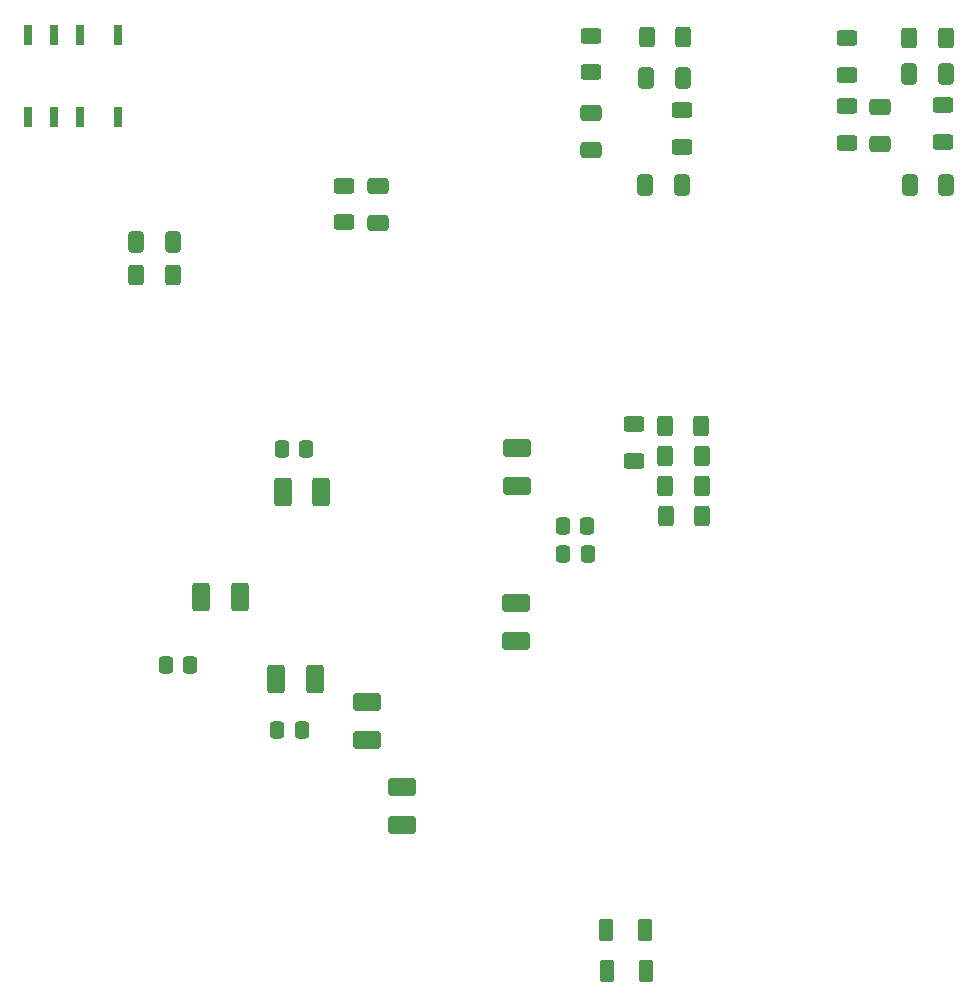
<source format=gbr>
%TF.GenerationSoftware,KiCad,Pcbnew,9.0.5*%
%TF.CreationDate,2025-11-16T19:00:17+01:00*%
%TF.ProjectId,OSCAR_Audio,4f534341-525f-4417-9564-696f2e6b6963,rev?*%
%TF.SameCoordinates,Original*%
%TF.FileFunction,Paste,Top*%
%TF.FilePolarity,Positive*%
%FSLAX46Y46*%
G04 Gerber Fmt 4.6, Leading zero omitted, Abs format (unit mm)*
G04 Created by KiCad (PCBNEW 9.0.5) date 2025-11-16 19:00:17*
%MOMM*%
%LPD*%
G01*
G04 APERTURE LIST*
G04 Aperture macros list*
%AMRoundRect*
0 Rectangle with rounded corners*
0 $1 Rounding radius*
0 $2 $3 $4 $5 $6 $7 $8 $9 X,Y pos of 4 corners*
0 Add a 4 corners polygon primitive as box body*
4,1,4,$2,$3,$4,$5,$6,$7,$8,$9,$2,$3,0*
0 Add four circle primitives for the rounded corners*
1,1,$1+$1,$2,$3*
1,1,$1+$1,$4,$5*
1,1,$1+$1,$6,$7*
1,1,$1+$1,$8,$9*
0 Add four rect primitives between the rounded corners*
20,1,$1+$1,$2,$3,$4,$5,0*
20,1,$1+$1,$4,$5,$6,$7,0*
20,1,$1+$1,$6,$7,$8,$9,0*
20,1,$1+$1,$8,$9,$2,$3,0*%
G04 Aperture macros list end*
%ADD10RoundRect,0.250001X-0.944999X0.507499X-0.944999X-0.507499X0.944999X-0.507499X0.944999X0.507499X0*%
%ADD11RoundRect,0.250000X-0.625000X0.400000X-0.625000X-0.400000X0.625000X-0.400000X0.625000X0.400000X0*%
%ADD12RoundRect,0.250000X0.337500X0.475000X-0.337500X0.475000X-0.337500X-0.475000X0.337500X-0.475000X0*%
%ADD13RoundRect,0.250000X-0.400000X-0.625000X0.400000X-0.625000X0.400000X0.625000X-0.400000X0.625000X0*%
%ADD14RoundRect,0.250000X-0.337500X-0.475000X0.337500X-0.475000X0.337500X0.475000X-0.337500X0.475000X0*%
%ADD15RoundRect,0.250001X-0.507499X-0.944999X0.507499X-0.944999X0.507499X0.944999X-0.507499X0.944999X0*%
%ADD16RoundRect,0.250000X0.412500X0.650000X-0.412500X0.650000X-0.412500X-0.650000X0.412500X-0.650000X0*%
%ADD17RoundRect,0.250000X-0.362500X-0.700000X0.362500X-0.700000X0.362500X0.700000X-0.362500X0.700000X0*%
%ADD18RoundRect,0.250000X0.625000X-0.400000X0.625000X0.400000X-0.625000X0.400000X-0.625000X-0.400000X0*%
%ADD19RoundRect,0.250001X0.507499X0.944999X-0.507499X0.944999X-0.507499X-0.944999X0.507499X-0.944999X0*%
%ADD20RoundRect,0.250000X-0.650000X0.412500X-0.650000X-0.412500X0.650000X-0.412500X0.650000X0.412500X0*%
%ADD21RoundRect,0.250000X-0.412500X-0.650000X0.412500X-0.650000X0.412500X0.650000X-0.412500X0.650000X0*%
%ADD22R,0.800000X1.800000*%
G04 APERTURE END LIST*
D10*
%TO.C,C32*%
X151090000Y-112962500D03*
X151090000Y-116217500D03*
%TD*%
D11*
%TO.C,R40*%
X170690000Y-82290000D03*
X170690000Y-85390000D03*
%TD*%
%TO.C,R14*%
X188740000Y-55350000D03*
X188740000Y-58450000D03*
%TD*%
D12*
%TO.C,C43*%
X166757500Y-90850000D03*
X164682500Y-90850000D03*
%TD*%
D13*
%TO.C,R44*%
X173350000Y-87500000D03*
X176450000Y-87500000D03*
%TD*%
D14*
%TO.C,C40*%
X164702500Y-93260000D03*
X166777500Y-93260000D03*
%TD*%
D12*
%TO.C,C6*%
X142950000Y-84340000D03*
X140875000Y-84340000D03*
%TD*%
D15*
%TO.C,C7*%
X140960000Y-87990000D03*
X144215000Y-87990000D03*
%TD*%
D12*
%TO.C,C33*%
X142587500Y-108160000D03*
X140512500Y-108160000D03*
%TD*%
D10*
%TO.C,C29*%
X148100000Y-105785000D03*
X148100000Y-109040000D03*
%TD*%
D13*
%TO.C,R34*%
X128550000Y-69630000D03*
X131650000Y-69630000D03*
%TD*%
D10*
%TO.C,C41*%
X160700000Y-97405000D03*
X160700000Y-100660000D03*
%TD*%
D13*
%TO.C,R5*%
X171770000Y-49450000D03*
X174870000Y-49450000D03*
%TD*%
D16*
%TO.C,C11*%
X197142500Y-52660000D03*
X194017500Y-52660000D03*
%TD*%
D13*
%TO.C,R42*%
X173350000Y-84960000D03*
X176450000Y-84960000D03*
%TD*%
D11*
%TO.C,R10*%
X196900000Y-55250000D03*
X196900000Y-58350000D03*
%TD*%
D17*
%TO.C,FB1*%
X168407500Y-128550000D03*
X171732500Y-128550000D03*
%TD*%
D18*
%TO.C,R13*%
X188750000Y-52700000D03*
X188750000Y-49600000D03*
%TD*%
D11*
%TO.C,R24*%
X146140000Y-62060000D03*
X146140000Y-65160000D03*
%TD*%
D10*
%TO.C,C44*%
X160840000Y-84285000D03*
X160840000Y-87540000D03*
%TD*%
D16*
%TO.C,C2*%
X174792500Y-62020000D03*
X171667500Y-62020000D03*
%TD*%
D19*
%TO.C,C36*%
X137327500Y-96940000D03*
X134072500Y-96940000D03*
%TD*%
D20*
%TO.C,C12*%
X191570000Y-55387500D03*
X191570000Y-58512500D03*
%TD*%
D16*
%TO.C,C9*%
X197162500Y-62010000D03*
X194037500Y-62010000D03*
%TD*%
%TO.C,C4*%
X174862500Y-52920000D03*
X171737500Y-52920000D03*
%TD*%
D13*
%TO.C,R12*%
X194030000Y-49550000D03*
X197130000Y-49550000D03*
%TD*%
D20*
%TO.C,C5*%
X167040000Y-55915000D03*
X167040000Y-59040000D03*
%TD*%
D12*
%TO.C,C35*%
X133127500Y-102630000D03*
X131052500Y-102630000D03*
%TD*%
D21*
%TO.C,C19*%
X128547500Y-66870000D03*
X131672500Y-66870000D03*
%TD*%
D17*
%TO.C,FB3*%
X168337500Y-125070000D03*
X171662500Y-125070000D03*
%TD*%
D11*
%TO.C,R2*%
X174790000Y-55690000D03*
X174790000Y-58790000D03*
%TD*%
D22*
%TO.C,K1*%
X127000000Y-49300000D03*
X123800000Y-49300000D03*
X121600000Y-49300000D03*
X119400000Y-49300000D03*
X119400000Y-56300000D03*
X121600000Y-56300000D03*
X123800000Y-56300000D03*
X127000000Y-56300000D03*
%TD*%
D13*
%TO.C,R41*%
X173390000Y-90050000D03*
X176490000Y-90050000D03*
%TD*%
D18*
%TO.C,R6*%
X167040000Y-52480000D03*
X167040000Y-49380000D03*
%TD*%
D19*
%TO.C,C34*%
X143657500Y-103870000D03*
X140402500Y-103870000D03*
%TD*%
D20*
%TO.C,C15*%
X149070000Y-62097500D03*
X149070000Y-65222500D03*
%TD*%
D13*
%TO.C,R43*%
X173290000Y-82390000D03*
X176390000Y-82390000D03*
%TD*%
M02*

</source>
